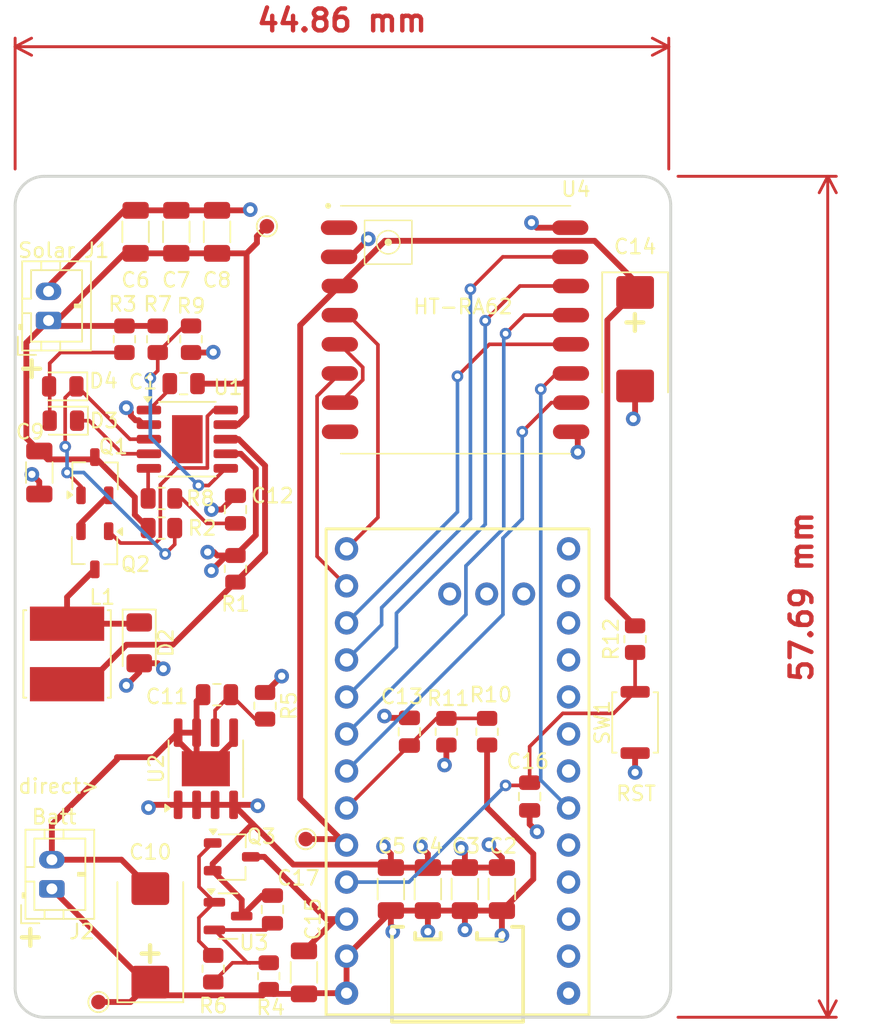
<source format=kicad_pcb>
(kicad_pcb (version 20241229) (generator "pcbnew") (generator_version "9.0")
  (layers (0 "F.Cu" signal) (4 "In1.Cu" signal) (6 "In2.Cu" signal) (2 "B.Cu" signal) (13 "F.Paste" user) (15 "B.Paste" user) (5 "F.SilkS" user "F.Silkscreen") (7 "B.SilkS" user "B.Silkscreen") (1 "F.Mask" user) (3 "B.Mask" user) (25 "Edge.Cuts" user))
  (net 0 "")
  (net 1 "/Batt%")
  (net 2 "GND")
  (net 3 "+BATT")
  (net 4 "/DIO1")
  (net 5 "/MOSI")
  (net 6 "/MISO")
  (net 7 "/RST")
  (net 8 "/SCK")
  (net 9 "/CS")
  (net 10 "/BUSY")
  (net 11 "/RST_BTN")
  (net 12 "/RXEN")
  (net 13 "Net-(Q1-S)")
  (net 14 "Net-(D3-A)")
  (net 15 "Net-(D3-K)")
  (net 16 "Net-(D4-K)")
  (net 17 "Net-(U3-VDD)")
  (net 18 "Net-(Q2-G)")
  (net 19 "Net-(D2-K)")
  (net 20 "-SOLAR")
  (net 21 "-BATT")
  (net 22 "Net-(Q3-G)")
  (net 23 "3V3")
  (net 24 "+SOLAR")
  (net 25 "Net-(U1-VG)")
  (net 26 "Net-(U2-VDD)")
  (net 27 "Net-(C12-Pad1)")
  (net 28 "Net-(U1-CSP)")
  (net 29 "Net-(U1-MPPT)")
  (net 30 "Net-(U1-COM)")
  (net 31 "Net-(U4-DI02)")
  (footprint "Capacitor_Tantalum_SMD:CP_EIA-7343-43_Kemet-X_HandSolder" (layer "F.Cu") (at 73.66 149.86 90)
    (property "Reference" "C10")
    (property "Value" "470u")
  )
  (footprint "LED_SMD:LED_0805_2012Metric" (layer "F.Cu") (at 67.691 114.554 180)
    (property "Reference" "D3")
    (property "Value" "LED")
  )
  (footprint "Capacitor_SMD:C_0805_2012Metric" (layer "F.Cu") (at 82.042 148.082 90)
    (property "Reference" "C17")
    (property "Value" "100n")
  )
  (footprint "Capacitor_SMD:C_1206_3216Metric" (layer "F.Cu") (at 97.79 146.685 90)
    (property "Reference" "C2")
    (property "Value" "100u")
  )
  (footprint "Capacitor_SMD:C_1206_3216Metric" (layer "F.Cu") (at 72.649305 101.6 90)
    (property "Reference" "C6")
    (property "Value" "100u")
  )
  (footprint "Package_SO:SSOP-10-1EP_3.9x4.9mm_P1mm_EP2.1x3.3mm" (layer "F.Cu") (at 76.2 115.824)
    (property "Reference" "U1")
    (property "Value" "CN3791")
  )
  (footprint "LED_SMD:LED_0805_2012Metric" (layer "F.Cu") (at 67.649495 112.201593 180)
    (property "Reference" "D4")
    (property "Value" "LED")
  )
  (footprint "MountingHole:MountingHole_2.2mm_M2" (layer "F.Cu") (at 106.983895 153.093616)
    (property "Reference" "REF**" (hide yes))
    (property "Value" "MountingHole_2.2mm_M2" (hide yes))
  )
  (footprint "Capacitor_SMD:C_1206_3216Metric" (layer "F.Cu") (at 95.25 146.685 90)
    (property "Reference" "C3")
    (property "Value" "100u")
  )
  (footprint "Capacitor_Tantalum_SMD:CP_EIA-7343-43_Kemet-X_HandSolder" (layer "F.Cu") (at 106.934 108.966 -90)
    (property "Reference" "C14")
    (property "Value" "470u")
  )
  (footprint "000_victor:Inductor_6060_2424" (layer "F.Cu") (at 67.945 130.556 -90)
    (property "Reference" "L1")
    (property "Value" "33u")
  )
  (footprint "Capacitor_SMD:C_0805_2012Metric" (layer "F.Cu") (at 78.232 133.35 180)
    (property "Reference" "C11")
    (property "Value" "100n")
  )
  (footprint "Connector_JST:JST_PH_B2B-PH-K_1x02_P2.00mm_Vertical" (layer "F.Cu") (at 66.675 107.68 90)
    (property "Reference" "J1")
    (property "Value" "Solar")
  )
  (footprint "000_victor:SuperMini NRF52840" (layer "F.Cu") (at 102.367727 153.825325 180)
    (property "Reference" "U5" (hide yes))
    (property "Value" "nrf52_ProMicro")
  )
  (footprint "Capacitor_SMD:C_0805_2012Metric" (layer "F.Cu") (at 91.44 135.89 90)
    (property "Reference" "C13")
    (property "Value" "100n")
  )
  (footprint "TestPoint:TestPoint_Pad_D1.0mm" (layer "F.Cu") (at 81.661 101.219 90)
    (property "Reference" "TP2" (hide yes))
    (property "Value" "+SOLAR" (hide yes))
  )
  (footprint "Connector_JST:JST_PH_B2B-PH-K_1x02_P2.00mm_Vertical" (layer "F.Cu") (at 66.900947 146.669853 90)
    (property "Reference" "J2")
    (property "Value" "Batt")
  )
  (footprint "Capacitor_SMD:C_1206_3216Metric" (layer "F.Cu") (at 66.04 118.11 -90)
    (property "Reference" "C9")
    (property "Value" "100u")
  )
  (footprint "Resistor_SMD:R_0805_2012Metric" (layer "F.Cu") (at 71.882 108.966 -90)
    (property "Reference" "R3")
    (property "Value" "2K2")
  )
  (footprint "Capacitor_SMD:C_0805_2012Metric" (layer "F.Cu") (at 75.946 112.014 180)
    (property "Reference" "C1")
    (property "Value" "100n")
  )
  (footprint "Capacitor_SMD:C_1206_3216Metric" (layer "F.Cu") (at 78.237305 101.6 90)
    (property "Reference" "C8")
    (property "Value" "100u")
  )
  (footprint "TestPoint:TestPoint_Pad_D1.0mm" (layer "F.Cu") (at 70.104 154.432)
    (property "Reference" "TP1" (hide yes))
    (property "Value" "+BATT" (hide yes))
  )
  (footprint "Resistor_SMD:R_0805_2012Metric" (layer "F.Cu") (at 77.978 152.146 -90)
    (property "Reference" "R6")
    (property "Value" "220K")
  )
  (footprint "TestPoint:TestPoint_Pad_D1.0mm" (layer "F.Cu") (at 84.328 143.256)
    (property "Reference" "TP4" (hide yes))
    (property "Value" "3V3" (hide yes))
  )
  (footprint "MountingHole:MountingHole_2.2mm_M2" (layer "F.Cu") (at 107.013204 100.147444)
    (property "Reference" "REF**" (hide yes))
    (property "Value" "MountingHole_2.2mm_M2" (hide yes))
  )
  (footprint "Capacitor_SMD:C_1206_3216Metric" (layer "F.Cu") (at 75.443305 101.6 90)
    (property "Reference" "C7")
    (property "Value" "100u")
  )
  (footprint "Capacitor_SMD:C_0805_2012Metric" (layer "F.Cu") (at 79.502 120.65 90)
    (property "Reference" "C12")
    (property "Value" "220n")
  )
  (footprint "Package_SO:SOIC-8-1EP_3.9x4.9mm_P1.27mm_EP2.41x3.3mm" (layer "F.Cu") (at 77.47 138.43 90)
    (property "Reference" "U2")
    (property "Value" "XB8089D0")
  )
  (footprint "Button_Switch_SMD:SW_Push_SPST_NO_Alps_SKRK" (layer "F.Cu") (at 106.934 135.255 90)
    (property "Reference" "SW1")
    (property "Value" "SW_Push")
  )
  (footprint "Resistor_SMD:R_0805_2012Metric" (layer "F.Cu") (at 96.774 135.89 90)
    (property "Reference" "R10")
    (property "Value" "1M")
  )
  (footprint "MountingHole:MountingHole_2.2mm_M2" (layer "F.Cu") (at 66.751729 100.162099)
    (property "Reference" "REF**" (hide yes))
    (property "Value" "MountingHole_2.2mm_M2" (hide yes))
  )
  (footprint "Resistor_SMD:R_0805_2012Metric" (layer "F.Cu") (at 74.168 108.966 -90)
    (property "Reference" "R7")
    (property "Value" "56K")
  )
  (footprint "Resistor_SMD:R_0805_2012Metric" (layer "F.Cu") (at 76.454 108.966 -90)
    (property "Reference" "R9")
    (property "Value" "200K")
  )
  (footprint "Resistor_SMD:R_0805_2012Metric" (layer "F.Cu") (at 81.788 152.654 90)
    (property "Reference" "R4")
    (property "Value" "20K")
  )
  (footprint "Capacitor_SMD:C_1206_3216Metric" (layer "F.Cu") (at 92.71 146.685 90)
    (property "Reference" "C4")
    (property "Value" "100u")
  )
  (footprint "Capacitor_SMD:C_1206_3216Metric" (layer "F.Cu") (at 90.17 146.685 90)
    (property "Reference" "C5")
    (property "Value" "100u")
  )
  (footprint "Resistor_SMD:R_0805_2012Metric" (layer "F.Cu") (at 74.422 119.888)
    (property "Reference" "R8")
    (property "Value" "120")
  )
  (footprint "000_victor:HT-RA62" (layer "F.Cu") (at 94.615 107.315)
    (property "Reference" "U4")
    (property "Value" "HT-RA62")
  )
  (footprint "Resistor_SMD:R_0805_2012Metric" (layer "F.Cu") (at 93.98 135.89 -90)
    (property "Reference" "R11")
    (property "Value" "1M")
  )
  (footprint "Capacitor_SMD:C_0805_2012Metric" (layer "F.Cu") (at 99.695 140.335 -90)
    (property "Reference" "C16")
    (property "Value" "100n")
  )
  (footprint "Resistor_SMD:R_0805_2012Metric" (layer "F.Cu") (at 74.422 121.92 180)
    (property "Reference" "R2")
    (property "Value" "200K")
  )
  (footprint "Package_TO_SOT_SMD:TSOT-23" (layer "F.Cu") (at 69.85 118.364 90)
    (property "Reference" "Q1")
    (property "Value" "AO3401")
  )
  (footprint "Package_TO_SOT_SMD:TSOT-23" (layer "F.Cu") (at 69.85 123.444 -90)
    (property "Reference" "Q2")
    (property "Value" "AO3401")
  )
  (footprint "Resistor_SMD:R_0805_2012Metric" (layer "F.Cu") (at 79.502 124.714 -90)
    (property "Reference" "R1")
    (property "Value" "0.1")
  )
  (footprint "Package_TO_SOT_SMD:SOT-23" (layer "F.Cu") (at 78.994 148.5375)
    (property "Reference" "U3")
    (property "Value" "TLV803EA29")
  )
  (footprint "Diode_SMD:D_1206_3216Metric" (layer "F.Cu") (at 72.898 129.794 -90)
    (property "Reference" "D2")
    (property "Value" "D_Schottky")
  )
  (footprint "Package_TO_SOT_SMD:TSOT-23" (layer "F.Cu") (at 79.248 144.4735)
    (property "Reference" "Q3")
    (property "Value" "AO3414")
  )
  (footprint "Capacitor_SMD:C_1206_3216Metric" (layer "F.Cu") (at 84.204181 152.4 90)
    (property "Reference" "C15")
    (property "Value" "100u")
  )
  (footprint "Resistor_SMD:R_0805_2012Metric" (layer "F.Cu") (at 106.934 129.54 90)
    (property "Reference" "R12")
    (property "Value" "10k")
  )
  (footprint "Resistor_SMD:R_0805_2012Metric" (layer "F.Cu") (at 81.534 134.112 -90)
    (property "Reference" "R5")
    (property "Value" "1k")
  )
  (footprint "MountingHole:MountingHole_2.2mm_M2" (layer "F.Cu") (at 66.762924 153.10827)
    (property "Reference" "REF**" (hide yes))
    (property "Value" "MountingHole_2.2mm_M2" (hide yes))
  )
  (gr_line (start 109.38 99.79) (end 109.38 153.476865) (stroke (width 0.2)) (layer "Edge.Cuts"))
  (gr_line (start 107.38 155.476865) (end 66.38 155.476865) (stroke (width 0.2)) (layer "Edge.Cuts"))
  (gr_arc (start 107.38 97.79) (mid 108.794214 98.375786) (end 109.38 99.79) (stroke (width 0.2)) (layer "Edge.Cuts"))
  (gr_arc (start 109.38 153.476865) (mid 108.794226 154.891101) (end 107.38 155.476865) (stroke (width 0.2)) (layer "Edge.Cuts"))
  (gr_line (start 66.38 97.79) (end 107.38 97.79) (stroke (width 0.2)) (layer "Edge.Cuts"))
  (gr_arc (start 64.38 99.79) (mid 64.965786 98.375786) (end 66.38 97.79) (stroke (width 0.2)) (layer "Edge.Cuts"))
  (gr_arc (start 66.38 155.476865) (mid 64.965786 154.891079) (end 64.38 153.476865) (stroke (width 0.2)) (layer "Edge.Cuts"))
  (gr_line (start 64.38 153.476865) (end 64.38 99.79) (stroke (width 0.2)) (layer "Edge.Cuts"))
  (gr_text "direct>" (at 64.516 140.208 0) (layer "F.SilkS") (effects (font (size 1 1)) (justify left bottom)))
  (gr_text "+" (at 105.791 108.585 0) (layer "F.SilkS") (effects (font (size 1.5 1.5) (thickness 0.3) (bold yes)) (justify left bottom)))
  (gr_text "RST" (at 105.537 140.716 0) (layer "F.SilkS") (effects (font (size 1 1)) (justify left bottom)))
  (gr_text "+" (at 64.389 111.76 0) (layer "F.SilkS") (effects (font (size 1.5 1.5) (thickness 0.3) (bold yes)) (justify left bottom)))
  (gr_text "+" (at 66.548 149.225 180) (layer "F.SilkS") (effects (font (size 1.5 1.5) (thickness 0.3) (bold yes)) (justify left bottom)))
  (gr_text "+" (at 72.517 151.003 0) (layer "F.SilkS") (effects (font (size 1.5 1.5) (thickness 0.3) (bold yes)) (justify left)))
  (dimension (type orthogonal) (layer "F.Cu") (pts (xy 64.38 97.79) (xy 109.2442 97.79)) (height -8.89) (orientation 0) (format (prefix "") (suffix "") (units 3) (units_format 1) (precision 2)) (style (thickness 0.2) (arrow_length 1.27) (text_position_mode 0) (arrow_direction outward) (extension_height 0.58642) (extension_offset 0.5) (keep_text_aligned yes)) (gr_text "44.86 mm" (at 86.8121 87.1 0) (layer "F.Cu") (effects (font (size 1.5 1.5) (thickness 0.3)))))
  (dimension (type orthogonal) (layer "F.Cu") (pts (xy 109.38 97.79) (xy 109.38 155.476865)) (height 10.77508) (orientation 1) (format (prefix "") (suffix "") (units 3) (units_format 1) (precision 2)) (style (thickness 0.2) (arrow_length 1.27) (text_position_mode 0) (arrow_direction outward) (extension_height 0.58642) (extension_offset 0.5) (keep_text_aligned yes)) (gr_text "57.69 mm" (at 118.35508 126.633433 90) (layer "F.Cu") (effects (font (size 1.5 1.5) (thickness 0.3)))))
  (segment (start 87.127717 141.125335) (end 91.413052 136.84) (width 0.25) (layer "F.Cu") (net 1))
  (segment (start 93.3025 134.9775) (end 96.774 134.9775) (width 0.25) (layer "F.Cu") (net 1))
  (segment (start 91.44 136.84) (end 93.3025 134.9775) (width 0.25) (layer "F.Cu") (net 1))
  (segment (start 91.413052 136.84) (end 91.44 136.84) (width 0.25) (layer "F.Cu") (net 1))
  (segment (start 106.934 137.355) (end 106.934 138.684) (width 0.4) (layer "F.Cu") (net 2))
  (segment (start 85.753335 148.745335) (end 87.127717 148.745335) (width 0.4) (layer "F.Cu") (net 2))
  (segment (start 93.98 136.8025) (end 93.98 138.049) (width 0.4) (layer "F.Cu") (net 2))
  (segment (start 81.4815 144.4735) (end 85.753335 148.745335) (width 0.4) (layer "F.Cu") (net 2))
  (segment (start 99.695 141.285) (end 99.695 142.24) (width 0.4) (layer "F.Cu") (net 2))
  (segment (start 102.997 115.767073) (end 102.544927 115.315) (width 0.4) (layer "F.Cu") (net 2))
  (segment (start 100.172 101.315) (end 99.822 100.965) (width 0.4) (layer "F.Cu") (net 2))
  (segment (start 102.997 116.713) (end 102.997 115.767073) (width 0.4) (layer "F.Cu") (net 2))
  (segment (start 91.44 134.94) (end 89.855 134.94) (width 0.4) (layer "F.Cu") (net 2))
  (segment (start 80.558 144.4735) (end 81.4815 144.4735) (width 0.4) (layer "F.Cu") (net 2))
  (segment (start 89.855 134.94) (end 89.730662 134.815662) (width 0.4) (layer "F.Cu") (net 2))
  (segment (start 93.98 138.049) (end 93.853 138.176) (width 0.4) (layer "F.Cu") (net 2))
  (segment (start 86.383846 148.745335) (end 84.204181 150.925) (width 0.4) (layer "F.Cu") (net 2))
  (segment (start 87.127717 148.745335) (end 86.383846 148.745335) (width 0.4) (layer "F.Cu") (net 2))
  (segment (start 106.934 114.3) (end 106.807 114.427) (width 0.4) (layer "F.Cu") (net 2))
  (segment (start 106.934 112.1735) (end 106.934 114.3) (width 0.4) (layer "F.Cu") (net 2))
  (segment (start 99.695 142.24) (end 100.203 142.748) (width 0.4) (layer "F.Cu") (net 2))
  (segment (start 86.615 103.315) (end 87.390006 103.315) (width 0.4) (layer "F.Cu") (net 2))
  (segment (start 102.477127 101.315) (end 100.172 101.315) (width 0.4) (layer "F.Cu") (net 2))
  (segment (start 87.390006 103.315) (end 88.621503 102.083503) (width 0.4) (layer "F.Cu") (net 2))
  (via (at 106.807 114.427) (size 1) (drill 0.5) (layers "F.Cu" "B.Cu") (net 2))
  (via (at 100.203 142.748) (size 1) (drill 0.5) (layers "F.Cu" "B.Cu") (net 2))
  (via (at 106.934 138.684) (size 1) (drill 0.5) (layers "F.Cu" "B.Cu") (net 2))
  (via (at 89.730662 134.815662) (size 1) (drill 0.5) (layers "F.Cu" "B.Cu") (net 2))
  (via (at 102.997 116.713) (size 1) (drill 0.5) (layers "F.Cu" "B.Cu") (net 2))
  (via (at 93.853 138.176) (size 1) (drill 0.5) (layers "F.Cu" "B.Cu") (net 2))
  (via (at 88.621503 102.083503) (size 1) (drill 0.5) (layers "F.Cu" "B.Cu") (net 2))
  (via (at 99.822 100.965) (size 1) (drill 0.5) (layers "F.Cu" "B.Cu") (net 2))
  (segment (start 81.788 153.5665) (end 81.3825 153.972) (width 0.4) (layer "F.Cu") (net 3))
  (segment (start 79.502 123.8015) (end 78.8905 123.8015) (width 0.4) (layer "F.Cu") (net 3))
  (segment (start 77.597 123.571) (end 78.025 123.571) (width 0.4) (layer "F.Cu") (net 3))
  (segment (start 70.104 154.432) (end 72.2955 154.432) (width 0.4) (layer "F.Cu") (net 3))
  (segment (start 99.949 144.272) (end 99.949 146.001) (width 0.4) (layer "F.Cu") (net 3))
  (segment (start 97.79 148.16) (end 97.79 149.86) (width 0.4) (layer "F.Cu") (net 3))
  (segment (start 78.025 123.571) (end 78.2555 123.8015) (width 0.4) (layer "F.Cu") (net 3))
  (segment (start 72.2955 154.432) (end 73.66 153.0675) (width 0.4) (layer "F.Cu") (net 3))
  (segment (start 73.298594 153.0675) (end 73.66 153.0675) (width 0.4) (layer "F.Cu") (net 3))
  (segment (start 81.534 133.1995) (end 81.5575 133.1995) (width 0.4) (layer "F.Cu") (net 3))
  (segment (start 87.127717 153.825335) (end 84.253846 153.825335) (width 0.4) (layer "F.Cu") (net 3))
  (segment (start 95.25 148.16) (end 95.25 149.479) (width 0.4) (layer "F.Cu") (net 3))
  (segment (start 99.949 146.001) (end 97.79 148.16) (width 0.4) (layer "F.Cu") (net 3))
  (segment (start 87.127717 151.285335) (end 87.127717 153.825335) (width 0.4) (layer "F.Cu") (net 3))
  (segment (start 79.502 123.8015) (end 80.899 122.4045) (width 0.4) (layer "F.Cu") (net 3))
  (segment (start 90.17 148.16) (end 90.17 148.243052) (width 0.4) (layer "F.Cu") (net 3))
  (segment (start 78.8905 123.8015) (end 77.851 124.841) (width 0.4) (layer "F.Cu") (net 3))
  (segment (start 96.774 141.097) (end 99.949 144.272) (width 0.4) (layer "F.Cu") (net 3))
  (segment (start 79.871207 116.824) (end 78.8375 116.824) (width 0.4) (layer "F.Cu") (net 3))
  (segment (start 78.2555 123.8015) (end 79.502 123.8015) (width 0.4) (layer "F.Cu") (net 3))
  (segment (start 84.204181 153.875) (end 82.0965 153.875) (width 0.4) (layer "F.Cu") (net 3))
  (segment (start 82.0965 153.875) (end 81.788 153.5665) (width 0.4) (layer "F.Cu") (net 3))
  (segment (start 90.17 148.16) (end 90.17 149.479) (width 0.4) (layer "F.Cu") (net 3))
  (segment (start 90.17 149.479) (end 90.297 149.606) (width 0.4) (layer "F.Cu") (net 3))
  (segment (start 74.5645 153.972) (end 73.66 153.0675) (width 0.4) (layer "F.Cu") (net 3))
  (segment (start 96.774 136.8025) (end 96.774 141.097) (width 0.4) (layer "F.Cu") (net 3))
  (segment (start 90.17 148.243052) (end 87.127717 151.285335) (width 0.4) (layer "F.Cu") (net 3))
  (segment (start 80.899 117.851793) (end 79.871207 116.824) (width 0.4) (layer "F.Cu") (net 3))
  (segment (start 97.79 148.16) (end 90.17 148.16) (width 0.4) (layer "F.Cu") (net 3))
  (segment (start 80.899 122.4045) (end 80.899 117.851793) (width 0.4) (layer "F.Cu") (net 3))
  (segment (start 92.71 148.16) (end 92.71 149.606) (width 0.4) (layer "F.Cu") (net 3))
  (segment (start 66.900947 146.669853) (end 73.298594 153.0675) (width 0.4) (layer "F.Cu") (net 3))
  (segment (start 81.5575 133.1995) (end 82.677 132.08) (width 0.4) (layer "F.Cu") (net 3))
  (segment (start 81.3825 153.972) (end 74.5645 153.972) (width 0.4) (layer "F.Cu") (net 3))
  (via (at 82.677 132.08) (size 1) (drill 0.5) (layers "F.Cu" "B.Cu") (net 3))
  (via (at 95.25 149.479) (size 1) (drill 0.5) (layers "F.Cu" "B.Cu") (net 3))
  (via (at 77.597 123.571) (size 1) (drill 0.5) (layers "F.Cu" "B.Cu") (net 3))
  (via (at 92.71 149.606) (size 1) (drill 0.5) (layers "F.Cu" "B.Cu") (net 3))
  (via (at 97.79 149.86) (size 1) (drill 0.5) (layers "F.Cu" "B.Cu") (net 3))
  (via (at 90.297 149.606) (size 1) (drill 0.5) (layers "F.Cu" "B.Cu") (net 3))
  (via (at 77.851 124.841) (size 1) (drill 0.5) (layers "F.Cu" "B.Cu") (net 3))
  (segment (start 87.127717 125.885335) (end 85.1068 123.864418) (width 0.25) (layer "F.Cu") (net 4))
  (segment (start 85.1068 123.864418) (end 85.1068 112.871) (width 0.25) (layer "F.Cu") (net 4))
  (segment (start 85.1068 112.871) (end 86.6628 111.315) (width 0.25) (layer "F.Cu") (net 4))
  (segment (start 99.028 105.315) (end 102.524927 105.315) (width 0.25) (layer "F.Cu") (net 5))
  (segment (start 96.647 107.696) (end 99.028 105.315) (width 0.25) (layer "F.Cu") (net 5))
  (via (at 96.647 107.696) (size 0.8) (drill 0.4) (layers "F.Cu" "B.Cu") (net 5))
  (segment (start 87.127717 133.505335) (end 90.551 130.082052) (width 0.25) (layer "B.Cu") (net 5))
  (segment (start 96.647 121.666) (end 96.647 107.696) (width 0.25) (layer "B.Cu") (net 5))
  (segment (start 90.551 127.762) (end 93.218 125.095) (width 0.25) (layer "B.Cu") (net 5))
  (segment (start 90.551 129.159) (end 90.551 127.762) (width 0.25) (layer "B.Cu") (net 5))
  (segment (start 93.218 125.095) (end 96.647 121.666) (width 0.25) (layer "B.Cu") (net 5))
  (segment (start 90.551 130.082052) (end 90.551 129.159) (width 0.25) (layer "B.Cu") (net 5))
  (segment (start 99.314 107.315) (end 102.524927 107.315) (width 0.25) (layer "F.Cu") (net 6))
  (segment (start 98.044 108.585) (end 99.314 107.315) (width 0.25) (layer "F.Cu") (net 6))
  (via (at 98.044 108.585) (size 0.8) (drill 0.4) (layers "F.Cu" "B.Cu") (net 6))
  (segment (start 97.917 121.92) (end 97.917 108.712) (width 0.25) (layer "B.Cu") (net 6))
  (segment (start 95.321127 124.515873) (end 97.917 121.92) (width 0.25) (layer "B.Cu") (net 6))
  (segment (start 95.321127 127.851925) (end 95.321127 124.515873) (width 0.25) (layer "B.Cu") (net 6))
  (segment (start 87.127717 136.045335) (end 95.321127 127.851925) (width 0.25) (layer "B.Cu") (net 6))
  (segment (start 89.281 109.347) (end 87.249 107.315) (width 0.25) (layer "F.Cu") (net 7))
  (segment (start 87.249 107.315) (end 86.6628 107.315) (width 0.25) (layer "F.Cu") (net 7))
  (segment (start 87.127717 123.345335) (end 89.281 121.192052) (width 0.25) (layer "F.Cu") (net 7))
  (segment (start 89.281 121.192052) (end 89.281 109.347) (width 0.25) (layer "F.Cu") (net 7))
  (segment (start 96.933 109.315) (end 102.524927 109.315) (width 0.25) (layer "F.Cu") (net 8))
  (segment (start 94.742 111.506) (end 96.933 109.315) (width 0.25) (layer "F.Cu") (net 8))
  (via (at 94.742 111.506) (size 0.8) (drill 0.4) (layers "F.Cu" "B.Cu") (net 8))
  (segment (start 87.127717 128.425335) (end 94.742 120.811052) (width 0.25) (layer "B.Cu") (net 8))
  (segment (start 94.742 120.811052) (end 94.742 111.506) (width 0.25) (layer "B.Cu") (net 8))
  (segment (start 97.853 103.315) (end 102.477127 103.315) (width 0.25) (layer "F.Cu") (net 9))
  (segment (start 95.631 105.537) (end 97.853 103.315) (width 0.25) (layer "F.Cu") (net 9))
  (via (at 95.631 105.537) (size 0.8) (drill 0.4) (layers "F.Cu" "B.Cu") (net 9))
  (segment (start 95.631 105.537) (end 95.631 121.285) (width 0.25) (layer "B.Cu") (net 9))
  (segment (start 89.535 128.558052) (end 87.127717 130.965335) (width 0.25) (layer "B.Cu") (net 9))
  (segment (start 95.631 121.285) (end 89.535 127.381) (width 0.25) (layer "B.Cu") (net 9))
  (segment (start 89.535 127.381) (end 89.535 128.558052) (width 0.25) (layer "B.Cu") (net 9))
  (segment (start 101.188 113.315) (end 102.544927 113.315) (width 0.25) (layer "F.Cu") (net 10))
  (segment (start 99.187 115.316) (end 101.188 113.315) (width 0.25) (layer "F.Cu") (net 10))
  (via (at 99.187 115.316) (size 0.8) (drill 0.4) (layers "F.Cu" "B.Cu") (net 10))
  (segment (start 97.861127 127.851925) (end 97.861127 122.613683) (width 0.25) (layer "B.Cu") (net 10))
  (segment (start 99.187 121.28781) (end 99.187 115.316) (width 0.25) (layer "B.Cu") (net 10))
  (segment (start 87.127717 138.585335) (end 97.861127 127.851925) (width 0.25) (layer "B.Cu") (net 10))
  (segment (start 97.861127 122.613683) (end 99.187 121.28781) (width 0.25) (layer "B.Cu") (net 10))
  (segment (start 106.934 130.4525) (end 106.934 133.155) (width 0.25) (layer "F.Cu") (net 11))
  (segment (start 99.695 139.385) (end 99.695 136.906) (width 0.25) (layer "F.Cu") (net 11))
  (segment (start 101.969675 134.631325) (end 105.457675 134.631325) (width 0.25) (layer "F.Cu") (net 11))
  (segment (start 105.457675 134.631325) (end 106.934 133.155) (width 0.25) (layer "F.Cu") (net 11))
  (segment (start 99.507 139.573) (end 99.695 139.385) (width 0.25) (layer "F.Cu") (net 11))
  (segment (start 98.044 139.573) (end 99.507 139.573) (width 0.25) (layer "F.Cu") (net 11))
  (segment (start 99.695 136.906) (end 101.969675 134.631325) (width 0.25) (layer "F.Cu") (net 11))
  (via (at 98.044 139.573) (size 0.8) (drill 0.4) (layers "F.Cu" "B.Cu") (net 11))
  (segment (start 91.411665 146.205335) (end 98.044 139.573) (width 0.25) (layer "B.Cu") (net 11))
  (segment (start 87.127717 146.205335) (end 91.411665 146.205335) (width 0.25) (layer "B.Cu") (net 11))
  (segment (start 101.537 111.315) (end 102.524927 111.315) (width 0.25) (layer "F.Cu") (net 12))
  (segment (start 100.457 112.395) (end 101.537 111.315) (width 0.25) (layer "F.Cu") (net 12))
  (via (at 100.457 112.395) (size 0.8) (drill 0.4) (layers "F.Cu" "B.Cu") (net 12))
  (segment (start 102.367727 141.125325) (end 100.457 139.214598) (width 0.25) (layer "B.Cu") (net 12))
  (segment (start 100.457 139.214598) (end 100.457 112.395) (width 0.25) (layer "B.Cu") (net 12))
  (segment (start 68.9 121.574) (end 70.8 119.674) (width 0.4) (layer "F.Cu") (net 13))
  (segment (start 66.7535 110.617) (end 66.7535 111.927) (width 0.25) (layer "F.Cu") (net 14))
  (segment (start 66.7535 111.927) (end 66.7535 114.721) (width 0.25) (layer "F.Cu") (net 14))
  (segment (start 71.882 109.8785) (end 67.492 109.8785) (width 0.25) (layer "F.Cu") (net 14))
  (segment (start 67.492 109.8785) (end 66.7535 110.617) (width 0.25) (layer "F.Cu") (net 14))
  (segment (start 68.6285 114.554) (end 69.469 114.554) (width 0.25) (layer "F.Cu") (net 15))
  (segment (start 71.739 116.824) (end 73.5625 116.824) (width 0.25) (layer "F.Cu") (net 15))
  (segment (start 69.469 114.554) (end 71.739 116.824) (width 0.25) (layer "F.Cu") (net 15))
  (segment (start 67.815 116.329) (end 67.815 112.973588) (width 0.25) (layer "F.Cu") (net 16))
  (segment (start 68.586995 112.201593) (end 68.640593 112.201593) (width 0.25) (layer "F.Cu") (net 16))
  (segment (start 67.818 116.332) (end 67.815 116.329) (width 0.25) (layer "F.Cu") (net 16))
  (segment (start 75.3345 121.92) (end 75.3345 123.0395) (width 0.25) (layer "F.Cu") (net 16))
  (segment (start 67.815 112.973588) (end 68.586995 112.201593) (width 0.25) (layer "F.Cu") (net 16))
  (segment (start 68.9 119.674) (end 68.9 119.065) (width 0.25) (layer "F.Cu") (net 16))
  (segment (start 68.9 119.065) (end 67.945 118.11) (width 0.25) (layer "F.Cu") (net 16))
  (segment (start 68.640593 112.201593) (end 72.263 115.824) (width 0.25) (layer "F.Cu") (net 16))
  (segment (start 72.263 115.824) (end 73.5625 115.824) (width 0.25) (layer "F.Cu") (net 16))
  (segment (start 75.3345 123.0395) (end 74.676 123.698) (width 0.25) (layer "F.Cu") (net 16))
  (via (at 74.676 123.698) (size 0.8) (drill 0.4) (layers "F.Cu" "B.Cu") (net 16))
  (via (at 67.818 116.332) (size 0.8) (drill 0.4) (layers "F.Cu" "B.Cu") (net 16))
  (via (at 67.945 118.11) (size 0.8) (drill 0.4) (layers "F.Cu" "B.Cu") (net 16))
  (segment (start 74.676 123.698) (end 69.088 118.11) (width 0.25) (layer "B.Cu") (net 16))
  (segment (start 67.945 116.459) (end 67.818 116.332) (width 0.25) (layer "B.Cu") (net 16))
  (segment (start 67.945 118.11) (end 67.945 116.459) (width 0.25) (layer "B.Cu") (net 16))
  (segment (start 69.088 118.11) (end 67.945 118.11) (width 0.25) (layer "B.Cu") (net 16))
  (segment (start 80.3105 151.7415) (end 80.518 151.7415) (width 0.25) (layer "F.Cu") (net 17))
  (segment (start 81.5865 149.4875) (end 78.0565 149.4875) (width 0.25) (layer "F.Cu") (net 17))
  (segment (start 81.788 151.7415) (end 80.518 151.7415) (width 0.25) (layer "F.Cu") (net 17))
  (segment (start 80.518 151.7415) (end 79.295 151.7415) (width 0.25) (layer "F.Cu") (net 17))
  (segment (start 78.0565 149.4875) (end 80.3105 151.7415) (width 0.25) (layer "F.Cu") (net 17))
  (segment (start 82.042 149.032) (end 81.5865 149.4875) (width 0.25) (layer "F.Cu") (net 17))
  (segment (start 79.295 151.7415) (end 77.978 153.0585) (width 0.25) (layer "F.Cu") (net 17))
  (segment (start 78.000001 113.824) (end 77.576 114.248001) (width 0.25) (layer "F.Cu") (net 18))
  (segment (start 78.8375 113.824) (end 78.000001 113.824) (width 0.25) (layer "F.Cu") (net 18))
  (segment (start 71.612 122.946) (end 70.8 122.134) (width 0.25) (layer "F.Cu") (net 18))
  (segment (start 77.576 114.248001) (end 77.576 117.8) (width 0.25) (layer "F.Cu") (net 18))
  (segment (start 74.348 118.946) (end 74.348 122.615514) (width 0.25) (layer "F.Cu") (net 18))
  (segment (start 77.576 117.8) (end 75.494 117.8) (width 0.25) (layer "F.Cu") (net 18))
  (segment (start 75.494 117.8) (end 74.348 118.946) (width 0.25) (layer "F.Cu") (net 18))
  (segment (start 74.017514 122.946) (end 71.612 122.946) (width 0.25) (layer "F.Cu") (net 18))
  (segment (start 74.348 122.615514) (end 74.017514 122.946) (width 0.25) (layer "F.Cu") (net 18))
  (segment (start 67.945 128.481) (end 67.945 126.659) (width 0.4) (layer "F.Cu") (net 19))
  (segment (start 67.945 126.659) (end 69.85 124.754) (width 0.4) (layer "F.Cu") (net 19))
  (segment (start 67.945 128.481) (end 72.811 128.481) (width 0.4) (layer "F.Cu") (net 19))
  (segment (start 72.811 128.481) (end 72.898 128.394) (width 0.4) (layer "F.Cu") (net 19))
  (segment (start 90.17 144.272) (end 89.662 143.764) (width 0.4) (layer "F.Cu") (net 20))
  (segment (start 82.042 147.132) (end 81.337 147.132) (width 0.4) (layer "F.Cu") (net 20))
  (segment (start 95.25 144.145) (end 94.996 143.891) (width 0.4) (layer "F.Cu") (net 20))
  (segment (start 89.964335 145.004335) (end 83.474335 145.004335) (width 0.4) (layer "F.Cu") (net 20))
  (segment (start 77.851 120.65) (end 78.552 120.65) (width 0.4) (layer "F.Cu") (net 20))
  (segment (start 95.25 145.21) (end 95.25 144.145) (width 0.4) (layer "F.Cu") (net 20))
  (segment (start 90.17 145.21) (end 90.17 144.272) (width 0.4) (layer "F.Cu") (net 20))
  (segment (start 66.675 105.332) (end 66.675 105.68) (width 0.4) (layer "F.Cu") (net 20))
  (segment (start 97.79 144.526) (end 96.901 143.637) (width 0.4) (layer "F.Cu") (net 20))
  (segment (start 72.898 131.194) (end 74.171 131.194) (width 0.4) (layer "F.Cu") (net 20))
  (segment (start 76.454 109.8785) (end 77.9545 109.8785) (width 0.4) (layer "F.Cu") (net 20))
  (segment (start 77.9545 109.8785) (end 77.978 109.855) (width 0.4) (layer "F.Cu") (net 20))
  (segment (start 92.71 144.272) (end 92.202 143.764) (width 0.4) (layer "F.Cu") (net 20))
  (segment (start 97.79 145.21) (end 97.79 144.526) (width 0.4) (layer "F.Cu") (net 20))
  (segment (start 72.324 113.98) (end 72.324 114.206388) (width 0.4) (layer "F.Cu") (net 20))
  (segment (start 79.375 140.905) (end 75.565 140.905) (width 0.4) (layer "F.Cu") (net 20))
  (segment (start 80.0425 141.5725) (end 79.375 140.905) (width 0.4) (layer "F.Cu") (net 20))
  (segment (start 72.898 131.194) (end 72.898 131.826) (width 0.4) (layer "F.Cu") (net 20))
  (segment (start 77.938 144.947) (end 80.6775 142.2075) (width 0.4) (layer "F.Cu") (net 20))
  (segment (start 97.79 145.21) (end 90.17 145.21) (width 0.4) (layer "F.Cu") (net 20))
  (segment (start 74.171 131.194) (end 74.549 131.572) (width 0.4) (layer "F.Cu") (net 20))
  (segment (start 72.009 113.665) (end 72.324 113.98) (width 0.4) (layer "F.Cu") (net 20))
  (segment (start 75.565 140.905) (end 73.725 140.905) (width 0.4) (layer "F.Cu") (net 20))
  (segment (start 80.6775 142.2075) (end 80.0425 141.5725) (width 0.4) (layer "F.Cu") (net 20))
  (segment (start 79.9315 147.417) (end 79.9315 148.5375) (width 0.4) (layer "F.Cu") (net 20))
  (segment (start 72.324 114.206388) (end 72.642612 114.525) (width 0.4) (layer "F.Cu") (net 20))
  (segment (start 72.869 114.525) (end 73.168 114.824) (width 0.4) (layer "F.Cu") (net 20))
  (segment (start 80.961 140.905) (end 81.026 140.97) (width 0.4) (layer "F.Cu") (net 20))
  (segment (start 73.168 114.824) (end 73.5625 114.824) (width 0.4) (layer "F.Cu") (net 20))
  (segment (start 71.882 100.125) (end 66.675 105.332) (width 0.4) (layer "F.Cu") (net 20))
  (segment (start 80.469 100.125) (end 72.649305 100.125) (width 0.4) (layer "F.Cu") (net 20))
  (segment (start 83.474335 145.004335) (end 80.6775 142.2075) (width 0.4) (layer "F.Cu") (net 20))
  (segment (start 80.518 100.076) (end 80.469 100.125) (width 0.4) (layer "F.Cu") (net 20))
  (segment (start 81.337 147.132) (end 79.9315 148.5375) (width 0.4) (layer "F.Cu") (net 20))
  (segment (start 77.938 145.4235) (end 77.938 144.947) (width 0.4) (layer "F.Cu") (net 20))
  (segment (start 66.04 118.745) (end 65.532 118.237) (width 0.4) (layer "F.Cu") (net 20))
  (segment (start 66.04 119.585) (end 66.04 118.745) (width 0.4) (layer "F.Cu") (net 20))
  (segment (start 72.642612 114.525) (end 72.869 114.525) (width 0.4) (layer "F.Cu") (net 20))
  (segment (start 72.898 131.826) (end 72.009 132.715) (width 0.4) (layer "F.Cu") (net 20))
  (segment (start 72.649305 100.125) (end 71.882 100.125) (width 0.4) (layer "F.Cu") (net 20))
  (segment (start 79.375 140.905) (end 80.961 140.905) (width 0.4) (layer "F.Cu") (net 20))
  (segment (start 90.17 145.21) (end 89.964335 145.004335) (width 0.4) (layer "F.Cu") (net 20))
  (segment (start 77.938 145.4235) (end 79.9315 147.417) (width 0.4) (layer "F.Cu") (net 20))
  (segment (start 73.725 140.905) (end 73.533 141.097) (width 0.4) (layer "F.Cu") (net 20))
  (segment (start 78.552 120.65) (end 79.502 119.7) (width 0.4) (layer "F.Cu") (net 20))
  (segment (start 92.71 145.21) (end 92.71 144.272) (width 0.4) (layer "F.Cu") (net 20))
  (via (at 81.026 140.97) (size 1) (drill 0.5) (layers "F.Cu" "B.Cu") (net 20))
  (via (at 92.202 143.764) (size 1) (drill 0.5) (layers "F.Cu" "B.Cu") (net 20))
  (via (at 72.009 132.715) (size 1) (drill 0.5) (layers "F.Cu" "B.Cu") (net 20))
  (via (at 89.662 143.764) (size 1) (drill 0.5) (layers "F.Cu" "B.Cu") (net 20))
  (via (at 77.851 120.65) (size 1) (drill 0.5) (layers "F.Cu" "B.Cu") (net 20))
  (via (at 96.901 143.637) (size 1) (drill 0.5) (layers "F.Cu" "B.Cu") (net 20))
  (via (at 77.978 109.855) (size 1) (drill 0.5) (layers "F.Cu" "B.Cu") (net 20))
  (via (at 94.996 143.891) (size 1) (drill 0.5) (layers "F.Cu" "B.Cu") (net 20))
  (via (at 65.532 118.237) (size 1) (drill 0.5) (layers "F.Cu" "B.Cu") (net 20))
  (via (at 72.009 113.665) (size 1) (drill 0.5) (layers "F.Cu" "B.Cu") (net 20))
  (via (at 80.518 100.076) (size 1) (drill 0.5) (layers "F.Cu" "B.Cu") (net 20))
  (via (at 73.533 141.097) (size 1) (drill 0.5) (layers "F.Cu" "B.Cu") (net 20))
  (via (at 74.549 131.572) (size 1) (drill 0.5) (layers "F.Cu" "B.Cu") (net 20))
  (segment (start 71.677353 144.669853) (end 73.66 146.6525) (width 0.4) (layer "F.Cu") (net 21))
  (segment (start 66.900947 142.261053) (end 71.374 137.788) (width 0.4) (layer "F.Cu") (net 21))
  (segment (start 79.375 135.955) (end 79.375 136.525) (width 0.4) (layer "F.Cu") (net 21))
  (segment (start 79.375 136.525) (end 77.47 138.43) (width 0.4) (layer "F.Cu") (net 21))
  (segment (start 76.835 133.797) (end 77.282 133.35) (width 0.4) (layer "F.Cu") (net 21))
  (segment (start 66.900947 144.669853) (end 66.900947 142.261053) (width 0.4) (layer "F.Cu") (net 21))
  (segment (start 71.374 137.638) (end 73.882 137.638) (width 0.4) (layer "F.Cu") (net 21))
  (segment (start 71.374 137.788) (end 71.374 137.638) (width 0.4) (layer "F.Cu") (net 21))
  (segment (start 75.565 136.525) (end 77.47 138.43) (width 0.4) (layer "F.Cu") (net 21))
  (segment (start 66.900947 144.669853) (end 71.677353 144.669853) (width 0.4) (layer "F.Cu") (net 21))
  (segment (start 76.835 135.955) (end 76.835 137.795) (width 0.4) (layer "F.Cu") (net 21))
  (segment (start 75.565 135.955) (end 75.565 136.525) (width 0.4) (layer "F.Cu") (net 21))
  (segment (start 76.835 135.955) (end 76.835 133.797) (width 0.4) (layer "F.Cu") (net 21))
  (segment (start 73.882 137.638) (end 75.565 135.955) (width 0.4) (layer "F.Cu") (net 21))
  (segment (start 76.835 137.795) (end 77.47 138.43) (width 0.4) (layer "F.Cu") (net 21))
  (segment (start 75.565 135.955) (end 76.835 135.955) (width 0.4) (layer "F.Cu") (net 21))
  (segment (start 78.0565 147.5875) (end 77.002 146.533) (width 0.25) (layer "F.Cu") (net 22))
  (segment (start 77.978 151.2335) (end 76.993 150.2485) (width 0.25) (layer "F.Cu") (net 22))
  (segment (start 76.993 148.651) (end 78.0565 147.5875) (width 0.25) (layer "F.Cu") (net 22))
  (segment (start 76.993 150.2485) (end 76.993 148.651) (width 0.25) (layer "F.Cu") (net 22))
  (segment (start 77.002 146.533) (end 77.002 144.4595) (width 0.25) (layer "F.Cu") (net 22))
  (segment (start 77.002 144.4595) (end 77.938 143.5235) (width 0.25) (layer "F.Cu") (net 22))
  (segment (start 106.68 104.7425) (end 104.1535 102.216) (width 0.4) (layer "F.Cu") (net 23))
  (segment (start 83.947 140.484618) (end 83.947 108.006594) (width 0.4) (layer "F.Cu") (net 23))
  (segment (start 89.7618 102.216) (end 86.6628 105.315) (width 0.4) (layer "F.Cu") (net 23))
  (segment (start 105.029 107.6635) (end 106.934 105.7585) (width 0.4) (layer "F.Cu") (net 23))
  (segment (start 104.1535 102.216) (end 89.7618 102.216) (width 0.4) (layer "F.Cu") (net 23))
  (segment (start 84.328 143.256) (end 86.718382 143.256) (width 0.4) (layer "F.Cu") (net 23))
  (segment (start 87.127717 143.665335) (end 83.947 140.484618) (width 0.4) (layer "F.Cu") (net 23))
  (segment (start 106.934 128.6275) (end 105.029 126.7225) (width 0.4) (layer "F.Cu") (net 23))
  (segment (start 83.947 108.006594) (end 86.638594 105.315) (width 0.4) (layer "F.Cu") (net 23))
  (segment (start 86.638594 105.315) (end 86.6628 105.315) (width 0.4) (layer "F.Cu") (net 23))
  (segment (start 105.029 126.7225) (end 105.029 107.6635) (width 0.4) (layer "F.Cu") (net 23))
  (segment (start 86.718382 143.256) (end 87.127717 143.665335) (width 0.4) (layer "F.Cu") (net 23))
  (segment (start 78.8375 114.824) (end 79.674999 114.824) (width 0.4) (layer "F.Cu") (net 24))
  (segment (start 73.5095 121.92) (end 72.596 121.0065) (width 0.4) (layer "F.Cu") (net 24))
  (segment (start 76.896 112.014) (end 80.01 112.014) (width 0.4) (layer "F.Cu") (net 24))
  (segment (start 66.615 117.21) (end 69.694 117.21) (width 0.4) (layer "F.Cu") (net 24))
  (segment (start 74.168 108.0535) (end 67.0485 108.0535) (width 0.4) (layer "F.Cu") (net 24))
  (segment (start 69.694 117.21) (end 69.85 117.054) (width 0.4) (layer "F.Cu") (net 24))
  (segment (start 72.596 121.0065) (end 72.596 119.8) (width 0.4) (layer "F.Cu") (net 24))
  (segment (start 65.151 109.204) (end 66.675 107.68) (width 0.4) (layer "F.Cu") (net 24))
  (segment (start 81.661 101.219) (end 80.977 101.903) (width 0.4) (layer "F.Cu") (net 24))
  (segment (start 65.151 115.746) (end 66.04 116.635) (width 0.4) (layer "F.Cu") (net 24))
  (segment (start 72.649305 103.075) (end 71.882 103.075) (width 0.4) (layer "F.Cu") (net 24))
  (segment (start 80.977 101.903) (end 80.977 102.362) (width 0.4) (layer "F.Cu") (net 24))
  (segment (start 65.151 109.204) (end 65.151 115.746) (width 0.4) (layer "F.Cu") (net 24))
  (segment (start 69.686 117.218) (end 69.85 117.054) (width 0.4) (layer "F.Cu") (net 24))
  (segment (start 67.277 107.68) (end 66.675 107.68) (width 0.4) (layer "F.Cu") (net 24))
  (segment (start 72.649305 103.075) (end 80.264 103.075) (width 0.4) (layer "F.Cu") (net 24))
  (segment (start 72.596 119.8) (end 69.85 117.054) (width 0.4) (layer "F.Cu") (net 24))
  (segment (start 80.264 114.234999) (end 80.264 111.76) (width 0.4) (layer "F.Cu") (net 24))
  (segment (start 80.977 102.362) (end 80.264 103.075) (width 0.4) (layer "F.Cu") (net 24))
  (segment (start 67.0485 108.0535) (end 66.675 107.68) (width 0.4) (layer "F.Cu") (net 24))
  (segment (start 66.04 116.635) (end 66.615 117.21) (width 0.4) (layer "F.Cu") (net 24))
  (segment (start 80.01 112.014) (end 80.264 111.76) (width 0.4) (layer "F.Cu") (net 24))
  (segment (start 79.674999 114.824) (end 80.264 114.234999) (width 0.4) (layer "F.Cu") (net 24))
  (segment (start 71.882 103.075) (end 67.277 107.68) (width 0.4) (layer "F.Cu") (net 24))
  (segment (start 80.264 111.76) (end 80.264 103.075) (width 0.4) (layer "F.Cu") (net 24))
  (segment (start 74.996 112.014) (end 74.996 112.3905) (width 0.25) (layer "F.Cu") (net 25))
  (segment (start 74.996 112.3905) (end 73.5625 113.824) (width 0.25) (layer "F.Cu") (net 25))
  (segment (start 78.105 135.955) (end 78.105 134.427) (width 0.25) (layer "F.Cu") (net 26))
  (segment (start 80.8565 135.0245) (end 81.534 135.0245) (width 0.25) (layer "F.Cu") (net 26))
  (segment (start 79.182 133.35) (end 80.8565 135.0245) (width 0.25) (layer "F.Cu") (net 26))
  (segment (start 78.105 134.427) (end 79.182 133.35) (width 0.25) (layer "F.Cu") (net 26))
  (segment (start 75.3345 119.888) (end 75.819 119.888) (width 0.25) (layer "F.Cu") (net 27))
  (segment (start 77.531 121.6) (end 79.502 121.6) (width 0.25) (layer "F.Cu") (net 27))
  (segment (start 75.819 119.888) (end 77.531 121.6) (width 0.25) (layer "F.Cu") (net 27))
  (segment (start 79.721149 115.824) (end 78.8375 115.824) (width 0.4) (layer "F.Cu") (net 28))
  (segment (start 79.502 125.6265) (end 81.534 123.5945) (width 0.4) (layer "F.Cu") (net 28))
  (segment (start 81.534 117.636851) (end 79.721149 115.824) (width 0.4) (layer "F.Cu") (net 28))
  (segment (start 81.534 123.5945) (end 81.534 117.636851) (width 0.4) (layer "F.Cu") (net 28))
  (segment (start 69.32 132.631) (end 67.945 132.631) (width 0.4) (layer "F.Cu") (net 28))
  (segment (start 79.502 125.6265) (end 75.2075 129.921) (width 0.4) (layer "F.Cu") (net 28))
  (segment (start 72.03 129.921) (end 69.32 132.631) (width 0.4) (layer "F.Cu") (net 28))
  (segment (start 75.2075 129.921) (end 72.03 129.921) (width 0.4) (layer "F.Cu") (net 28))
  (segment (start 74.168 109.8785) (end 74.168 111.125) (width 0.25) (layer "F.Cu") (net 29))
  (segment (start 76.962 118.999) (end 77.6625 118.999) (width 0.25) (layer "F.Cu") (net 29))
  (segment (start 77.6625 118.999) (end 78.8375 117.824) (width 0.25) (layer "F.Cu") (net 29))
  (segment (start 74.168 111.125) (end 73.66 111.633) (width 0.25) (layer "F.Cu") (net 29))
  (segment (start 75.993 108.0535) (end 74.168 109.8785) (width 0.25) (layer "F.Cu") (net 29))
  (segment (start 76.454 108.0535) (end 75.993 108.0535) (width 0.25) (layer "F.Cu") (net 29))
  (via (at 76.962 118.999) (size 0.8) (drill 0.4) (layers "F.Cu" "B.Cu") (net 29))
  (via (at 73.66 111.633) (size 0.8) (drill 0.4) (layers "F.Cu" "B.Cu") (net 29))
  (segment (start 73.66 115.697) (end 76.962 118.999) (width 0.25) (layer "B.Cu") (net 29))
  (segment (start 73.66 111.633) (end 73.66 115.697) (width 0.25) (layer "B.Cu") (net 29))
  (segment (start 73.5095 119.888) (end 73.5095 117.877) (width 0.25) (layer "F.Cu") (net 30))
  (segment (start 73.5095 117.877) (end 73.5625 117.824) (width 0.25) (layer "F.Cu") (net 30))
  (segment (start 88.2388 110.891) (end 88.2388 111.759) (width 0.25) (layer "F.Cu") (net 31))
  (segment (start 86.6628 109.315) (end 88.2388 110.891) (width 0.25) (layer "F.Cu") (net 31))
  (segment (start 88.2388 111.759) (end 86.6828 113.315) (width 0.25) (layer "F.Cu") (net 31))
)
</source>
